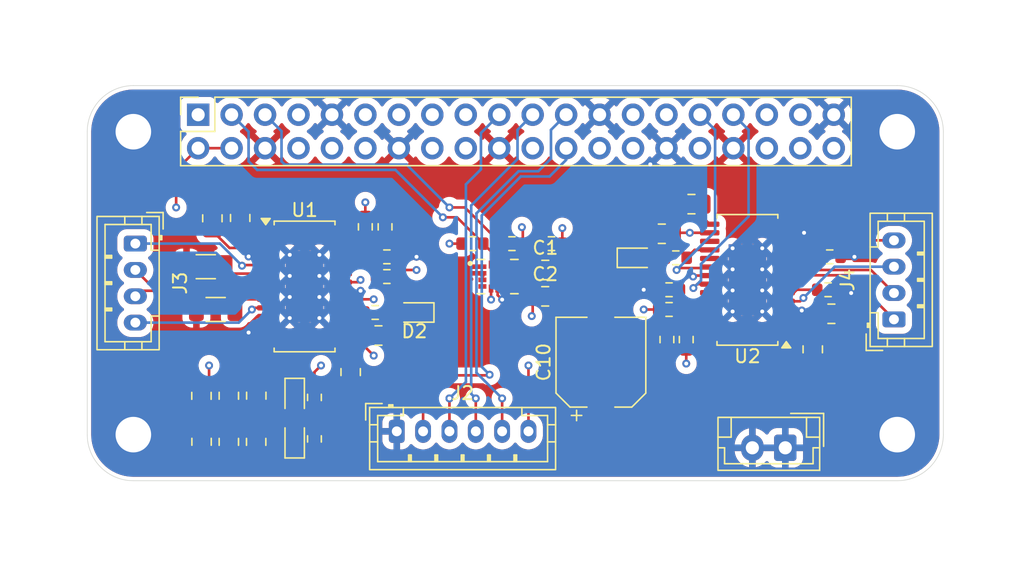
<source format=kicad_pcb>
(kicad_pcb (version 20241229) (generator "pcbnew") (generator_version "9.0")
  (layers (0 "F.Cu" signal) (4 "In1.Cu" signal) (6 "In2.Cu" signal) (2 "B.Cu" signal) (13 "F.Paste" user) (15 "B.Paste" user) (5 "F.SilkS" user "F.Silkscreen") (7 "B.SilkS" user "B.Silkscreen") (1 "F.Mask" user) (3 "B.Mask" user) (25 "Edge.Cuts" user))
  (net 0 "")
  (net 1 "GND")
  (net 2 "+3.3V")
  (net 3 "Net-(U1-5VOUT)")
  (net 4 "Net-(U2-CPO)")
  (net 5 "Net-(U2-CPI)")
  (net 6 "Net-(U2-VCP)")
  (net 7 "Net-(U2-5VOUT)")
  (net 8 "Net-(U1-VCP)")
  (net 9 "Net-(U1-CPO)")
  (net 10 "Net-(U1-CPI)")
  (net 11 "Net-(D1-A)")
  (net 12 "Net-(D2-A)")
  (net 13 "Net-(D3-A)")
  (net 14 "Net-(D4-A)")
  (net 17 "MOSI")
  (net 18 "STEP1")
  (net 23 "CS")
  (net 25 "MISO")
  (net 29 "SCLK")
  (net 30 "SDA")
  (net 32 "STEP2")
  (net 34 "DIR2")
  (net 36 "SCL")
  (net 37 "+5V")
  (net 41 "DIR1")
  (net 44 "MOT1_2_B2")
  (net 45 "MOT1_1_A1")
  (net 46 "MOT1_2_A2")
  (net 47 "MOT1_1_B1")
  (net 48 "MOT2_1_A1")
  (net 49 "MOT2_1_B1")
  (net 50 "MOT2_2_A2")
  (net 51 "MOT2_2_B2")
  (net 52 "Net-(U2-MS1)")
  (net 53 "Net-(U2-MS2)")
  (net 54 "Net-(U3-CS)")
  (net 55 "Net-(U1-MS1)")
  (net 56 "Net-(U1-MS2)")
  (net 57 "Net-(U1-BRA)")
  (net 58 "Net-(U1-BRB)")
  (net 59 "Net-(U1-DIAG)")
  (net 60 "Net-(U2-BRA)")
  (net 61 "Net-(U2-BRB)")
  (net 62 "Net-(U2-DIAG)")
  (footprint "LED_SMD:LED_0603_1608Metric" (layer "F.Cu") (at 112.25 73.2875 90)
    (property "Reference" "D3" (hide yes))
    (property "Value" "LED" (hide yes))
  )
  (footprint "Resistor_SMD:R_0603_1608Metric" (layer "F.Cu") (at 113.75 70.175 90)
    (property "Reference" "R14" (hide yes))
    (property "Value" "1k" (hide yes))
  )
  (footprint "Capacitor_SMD:C_0805_2012Metric" (layer "F.Cu") (at 109.324988 73.550012 90)
    (property "Reference" "C13" (hide yes))
    (property "Value" "100n" (hide yes))
  )
  (footprint "Capacitor_SMD:CP_Elec_6.3x5.4" (layer "F.Cu") (at 135.5 67.5 90)
    (property "Reference" "C10")
    (property "Value" "330u" (hide yes))
  )
  (footprint "Capacitor_SMD:C_0805_2012Metric" (layer "F.Cu") (at 105.170314 70.055901 90)
    (property "Reference" "C18" (hide yes))
    (property "Value" "100nF" (hide yes))
  )
  (footprint "Resistor_SMD:R_0603_1608Metric" (layer "F.Cu") (at 140.675 62 180)
    (property "Reference" "R2" (hide yes))
    (property "Value" "10k" (hide yes))
  )
  (footprint "LED_SMD:LED_0603_1608Metric" (layer "F.Cu") (at 112.25 70.2125 -90)
    (property "Reference" "D4" (hide yes))
    (property "Value" "LED" (hide yes))
  )
  (footprint "Resistor_SMD:R_0603_1608Metric" (layer "F.Cu") (at 117.6125 57.225 -90)
    (property "Reference" "R15" (hide yes))
    (property "Value" "10k" (hide yes))
  )
  (footprint "Capacitor_SMD:C_0805_2012Metric" (layer "F.Cu") (at 131.278378 60.5)
    (property "Reference" "C1")
    (property "Value" "100n" (hide yes))
  )
  (footprint "LED_SMD:LED_0603_1608Metric" (layer "F.Cu") (at 138.225 59.575)
    (property "Reference" "D1" (hide yes))
    (property "Value" "LED" (hide yes))
  )
  (footprint "Capacitor_SMD:C_0805_2012Metric" (layer "F.Cu") (at 153 63.825)
    (property "Reference" "C11" (hide yes))
    (property "Value" "100n" (hide yes))
  )
  (footprint "MountingHole:MountingHole_2.7mm_M2.5_Pad" (layer "F.Cu") (at 158 50)
    (property "Reference" "H2" (hide yes))
    (property "Value" "MountingHole_Pad" (hide yes))
  )
  (footprint "Resistor_SMD:R_0603_1608Metric" (layer "F.Cu") (at 119.25 59.5)
    (property "Reference" "R8" (hide yes))
    (property "Value" "10k" (hide yes))
  )
  (footprint "MountingHole:MountingHole_2.7mm_M2.5_Pad" (layer "F.Cu") (at 100 50)
    (property "Reference" "H1" (hide yes))
    (property "Value" "MountingHole_Pad" (hide yes))
  )
  (footprint "Resistor_SMD:R_0603_1608Metric" (layer "F.Cu") (at 131.745 58.5)
    (property "Reference" "R6" (hide yes))
    (property "Value" "10k" (hide yes))
  )
  (footprint "Resistor_SMD:R_0603_1608Metric" (layer "F.Cu") (at 119.25 61 180)
    (property "Reference" "R16" (hide yes))
    (property "Value" "10k" (hide yes))
  )
  (footprint "Resistor_SMD:R_0603_1608Metric" (layer "F.Cu") (at 128.745 58.5 180)
    (property "Reference" "R4" (hide yes))
    (property "Value" "10k" (hide yes))
  )
  (footprint "Resistor_SMD:R_0603_1608Metric" (layer "F.Cu") (at 113.75 73.325 -90)
    (property "Reference" "R13" (hide yes))
    (property "Value" "1k" (hide yes))
  )
  (footprint "Resistor_SMD:R_0603_1608Metric" (layer "F.Cu") (at 152.875 59.5 180)
    (property "Reference" "R18" (hide yes))
    (property "Value" "220m" (hide yes))
  )
  (footprint "Capacitor_SMD:C_0805_2012Metric" (layer "F.Cu") (at 109.333582 70.043742 90)
    (property "Reference" "C12" (hide yes))
    (property "Value" "100n" (hide yes))
  )
  (footprint "Resistor_SMD:R_0603_1608Metric" (layer "F.Cu") (at 119.1125 57.225 90)
    (property "Reference" "R9" (hide yes))
    (property "Value" "10k" (hide yes))
  )
  (footprint "Capacitor_SMD:C_0805_2012Metric" (layer "F.Cu") (at 116.5 68.25 -90)
    (property "Reference" "C3" (hide yes))
    (property "Value" "100n" (hide yes))
  )
  (footprint "Package_SO:HTSSOP-28-1EP_4.4x9.7mm_P0.65mm_EP2.85x5.4mm_ThermalVias" (layer "F.Cu") (at 146.625 61.25 180)
    (property "Reference" "U2")
    (property "Value" "~")
  )
  (footprint "MountingHole:MountingHole_2.7mm_M2.5_Pad" (layer "F.Cu") (at 158 73)
    (property "Reference" "H4" (hide yes))
    (property "Value" "MountingHole_Pad" (hide yes))
  )
  (footprint "Capacitor_SMD:C_0805_2012Metric" (layer "F.Cu") (at 107.25 73.55 90)
    (property "Reference" "C19" (hide yes))
    (property "Value" "100n" (hide yes))
  )
  (footprint "Capacitor_SMD:C_0805_2012Metric" (layer "F.Cu") (at 108.1125 56.55 -90)
    (property "Reference" "C23" (hide yes))
    (property "Value" "22n" (hide yes))
  )
  (footprint "Package_SO:HTSSOP-28-1EP_4.4x9.7mm_P0.65mm_EP2.85x5.4mm_ThermalVias" (layer "F.Cu") (at 113 61.75)
    (property "Reference" "U1")
    (property "Value" "~")
  )
  (footprint "Connector_PinSocket_2.54mm:PinSocket_2x20_P2.54mm_Vertical" (layer "F.Cu") (at 104.92 48.71 90)
    (property "Reference" "J1" (hide yes))
    (property "Value" "Raspberry Pi Zero 2w" (hide yes))
  )
  (footprint "Capacitor_SMD:C_0805_2012Metric" (layer "F.Cu") (at 151.585301 66.522993 90)
    (property "Reference" "C7" (hide yes))
    (property "Value" "22n" (hide yes))
  )
  (footprint "Resistor_SMD:R_0603_1608Metric" (layer "F.Cu") (at 152.75 62 180)
    (property "Reference" "R17" (hide yes))
    (property "Value" "220m" (hide yes))
  )
  (footprint "Capacitor_SMD:C_0805_2012Metric" (layer "F.Cu") (at 131.27 62.5)
    (property "Reference" "C2")
    (property "Value" "100n" (hide yes))
  )
  (footprint "Resistor_SMD:R_0603_1608Metric" (layer "F.Cu") (at 125.745 58.5 180)
    (property "Reference" "R5" (hide yes))
    (property "Value" "10k" (hide yes))
  )
  (footprint "Capacitor_SMD:C_0805_2012Metric" (layer "F.Cu") (at 142.375 55.5 180)
    (property "Reference" "C20" (hide yes))
    (property "Value" "100n" (hide yes))
  )
  (footprint "Connector_JST:JST_PH_B4B-PH-K_1x04_P2.00mm_Vertical" (layer "F.Cu") (at 100.150435 58.495718 -90)
    (property "Reference" "J3")
    (property "Value" "Screw_Terminal_01x04" (hide yes))
  )
  (footprint "LED_SMD:LED_0603_1608Metric" (layer "F.Cu") (at 121.339057 63.725778 180)
    (property "Reference" "D2")
    (property "Value" "LED" (hide yes))
  )
  (footprint "Resistor_SMD:R_0603_1608Metric" (layer "F.Cu") (at 141.1875 59.575)
    (property "Reference" "R19" (hide yes))
    (property "Value" "1k" (hide yes))
  )
  (footprint "Connector_JST:JST_PH_B4B-PH-K_1x04_P2.00mm_Vertical" (layer "F.Cu") (at 157.75 64.25 90)
    (property "Reference" "J4")
    (property "Value" "Screw_Terminal_01x04" (hide yes))
  )
  (footprint "Resistor_SMD:R_0603_1608Metric" (layer "F.Cu") (at 118.3625 63.725 180)
    (property "Reference" "R12" (hide yes))
    (property "Value" "1k" (hide yes))
  )
  (footprint "Connector_JST:JST_PH_B6B-PH-K_1x06_P2.00mm_Vertical" (layer "F.Cu") (at 120 72.75)
    (property "Reference" "J2")
    (property "Value" "Conn_01x06" (hide yes))
  )
  (footprint "Resistor_SMD:R_0603_1608Metric" (layer "F.Cu") (at 141.979664 65.782408 90)
    (property "Reference" "R3" (hide yes))
    (property "Value" "10k" (hide yes))
  )
  (footprint "LSM6DSOX:PQFN50P250X300X86-14N" (layer "F.Cu") (at 127.66 61)
    (property "Reference" "U3" (hide yes))
    (property "Value" "LSM6DSOX")
  )
  (footprint "Capacitor_SMD:C_0805_2012Metric" (layer "F.Cu") (at 140.125 57.75 180)
    (property "Reference" "C16" (hide yes))
    (property "Value" "100n" (hide yes))
  )
  (footprint "Connector_JST:JST_EH_B2B-EH-A_1x02_P2.50mm_Vertical" (layer "F.Cu") (at 149.5 74 180)
    (property "Reference" "J5" (hide yes))
    (property "Value" "Battery")
  )
  (footprint "Resistor_SMD:R_1206_3216Metric" (layer "F.Cu") (at 106.25 63.5)
    (property "Reference" "R11" (hide yes))
    (property "Value" "220m" (hide yes))
  )
  (footprint "Resistor_SMD:R_0603_1608Metric" (layer "F.Cu") (at 140.675 63.5)
    (property "Reference" "R1" (hide yes))
    (property "Value" "10k" (hide yes))
  )
  (footprint "Capacitor_SMD:C_0805_2012Metric" (layer "F.Cu") (at 105.179544 73.544392 90)
    (property "Reference" "C4" (hide yes))
    (property "Value" "100n" (hide yes))
  )
  (footprint "Capacitor_SMD:C_0805_2012Metric" (layer "F.Cu") (at 106 56.575 90)
    (property "Reference" "C22" (hide yes))
    (property "Value" "100n" (hide yes))
  )
  (footprint "MountingHole:MountingHole_2.7mm_M2.5_Pad" (layer "F.Cu") (at 100 73)
    (property "Reference" "H3" (hide yes))
    (property "Value" "MountingHole_Pad" (hide yes))
  )
  (footprint "Resistor_SMD:R_0603_1608Metric" (layer "F.Cu") (at 140.5125 65.782408 -90)
    (property "Reference" "R7" (hide yes))
    (property "Value" "10k" (hide yes))
  )
  (footprint "Capacitor_SMD:C_0805_2012Metric" (layer "F.Cu") (at 118.6125 65.475)
    (property "Reference" "C15" (hide yes))
    (property "Value" "100n" (hide yes))
  )
  (footprint "Resistor_SMD:R_1206_3216Metric" (layer "F.Cu") (at 105.5 60.25)
    (property "Reference" "R10" (hide yes))
    (property "Value" "220m" (hide yes))
  )
  (footprint "Capacitor_SMD:C_0805_2012Metric" (layer "F.Cu") (at 107.25 70.05 90)
    (property "Reference" "C17" (hide yes))
    (property "Value" "100n" (hide yes))
  )
  (gr_line (start 105.75 69) (end 105.75 67.75) (stroke (width 0.2)) (layer "F.Cu") (net 2))
  (gr_line (start 100 46.5) (end 158 46.5) (stroke (width 0.05)) (layer "Edge.Cuts"))
  (gr_arc (start 100 76.5) (mid 97.525126 75.474874) (end 96.5 73) (stroke (width 0.05)) (layer "Edge.Cuts"))
  (gr_line (start 158 76.5) (end 100 76.5) (stroke (width 0.05)) (layer "Edge.Cuts"))
  (gr_arc (start 158 46.5) (mid 160.474874 47.525126) (end 161.5 50) (stroke (width 0.05)) (layer "Edge.Cuts"))
  (gr_arc (start 161.5 73) (mid 160.474874 75.474874) (end 158 76.5) (stroke (width 0.05)) (layer "Edge.Cuts"))
  (gr_line (start 96.5 73) (end 96.5 50) (stroke (width 0.05)) (layer "Edge.Cuts"))
  (gr_line (start 161.5 50) (end 161.5 73) (stroke (width 0.05)) (layer "Edge.Cuts"))
  (gr_arc (start 96.5 50) (mid 97.525126 47.525126) (end 100 46.5) (stroke (width 0.05)) (layer "Edge.Cuts"))
  (segment (start 150.75 63.575) (end 150.75 63.55) (width 0.2) (layer "F.Cu") (net 1))
  (segment (start 128 62.75) (end 127.66 62.41) (width 0.2) (layer "F.Cu") (net 1))
  (segment (start 154.25 62) (end 154.5 62.25) (width 0.2) (layer "F.Cu") (net 1))
  (segment (start 149.4875 57.675) (end 150.925 57.675) (width 0.2) (layer "F.Cu") (net 1))
  (segment (start 110.1375 65.325) (end 108.825 65.325) (width 0.2) (layer "F.Cu") (net 1))
  (segment (start 110.1375 64.025) (end 109.400001 64.025) (width 0.2) (layer "F.Cu") (net 1))
  (segment (start 151 58.25) (end 151 57.75) (width 0.2) (layer "F.Cu") (net 1))
  (segment (start 126.5 61.25) (end 126.5 60.75) (width 0.2) (layer "F.Cu") (net 1))
  (segment (start 110.1375 59.475) (end 108.75 59.475) (width 0.2) (layer "F.Cu") (net 1))
  (segment (start 108.75 64.675001) (end 108.75 65.25) (width 0.2) (layer "F.Cu") (net 1))
  (segment (start 139.25 52.48) (end 139.25 52.5) (width 0.2) (layer "F.Cu") (net 1))
  (segment (start 142.575 60.925) (end 143.7625 60.925) (width 0.2) (layer "F.Cu") (net 1))
  (segment (start 109.333582 72.591418) (end 109.324988 72.600012) (width 0.2) (layer "F.Cu") (net 1))
  (segment (start 139.85 62) (end 138.75 62) (width 0.2) (layer "F.Cu") (net 1))
  (segment (start 127.66 62.41) (end 127.66 61.91) (width 0.2) (layer "F.Cu") (net 1))
  (segment (start 105.170314 72.585162) (end 105.179544 72.594392) (width 0.2) (layer "F.Cu") (net 1))
  (segment (start 142.5 61) (end 142.575 60.925) (width 0.2) (layer "F.Cu") (net 1))
  (segment (start 128 62.75) (end 128.16 62.59) (width 0.2) (layer "F.Cu") (net 1))
  (segment (start 128.16 62.59) (end 128.16 61.91) (width 0.2) (layer "F.Cu") (net 1))
  (segment (start 109.400001 64.025) (end 108.75 64.675001) (width 0.2) (layer "F.Cu") (net 1))
  (segment (start 150.275 58.975) (end 151 58.25) (width 0.2) (layer "F.Cu") (net 1))
  (segment (start 149.4875 58.975) (end 150.275 58.975) (width 0.2) (layer "F.Cu") (net 1))
  (segment (start 150.75 63.55) (end 150.725 63.525) (width 0.2) (layer "F.Cu") (net 1))
  (segment (start 121.5 59.5) (end 120.075 59.5) (width 0.2) (layer "F.Cu") (net 1))
  (segment (start 140.48 51.25) (end 139.25 52.48) (width 0.2) (layer "F.Cu") (net 1))
  (segment (start 115.8625 62.075) (end 117.25 62.075) (width 0.2) (layer "F.Cu") (net 1))
  (segment (start 153.7 59.5) (end 154.75 59.5) (width 0.2) (layer "F.Cu") (net 1))
  (segment (start 153.575 62) (end 154.25 62) (width 0.2) (layer "F.Cu") (net 1))
  (segment (start 108.825 65.325) (end 108.75 65.25) (width 0.2) (layer "F.Cu") (net 1))
  (segment (start 150.725 63.525) (end 149.4875 63.525) (width 0.2) (layer "F.Cu") (net 1))
  (segment (start 150.925 57.675) (end 151 57.75) (width 0.2) (layer "F.Cu") (net 1))
  (via (at 150.925 57.675) (size 0.6) (drill 0.3) (layers "F.Cu" "B.Cu") (net 1))
  (via (at 154.5 62.25) (size 0.6) (drill 0.3) (layers "F.Cu" "B.Cu") (net 1))
  (via (at 138.75 62) (size 0.6) (drill 0.3) (layers "F.Cu" "B.Cu") (net 1))
  (via (at 121.5 59.5) (size 0.6) (drill 0.3) (layers "F.Cu" "B.Cu") (net 1))
  (via (at 150.75 63.575) (size 0.6) (drill 0.3) (layers "F.Cu" "B.Cu") (net 1))
  (via (at 108.75 59.475) (size 0.6) (drill 0.3) (layers "F.Cu" "B.Cu") (net 1))
  (via (at 117.25 62.075) (size 0.6) (drill 0.3) (layers "F.Cu" "B.Cu") (net 1))
  (via (at 139.25 52.48) (size 0.6) (drill 0.3) (layers "F.Cu" "B.Cu") (net 1))
  (via (at 127.78 51.25) (size 0.6) (drill 0.3) (layers "F.Cu" "B.Cu") (net 1))
  (via (at 128 62.75) (size 0.6) (drill 0.3) (layers "F.Cu" "B.Cu") (net 1))
  (via (at 108.75 65.25) (size 0.6) (drill 0.3) (layers "F.Cu" "B.Cu") (net 1))
  (via (at 142.5 61) (size 0.6) (drill 0.3) (layers "F.Cu" "B.Cu") (net 1))
  (via (at 154.75 59.5) (size 0.6) (drill 0.3) (layers "F.Cu" "B.Cu") (net 1))
  (segment (start 130.328378 60.5) (end 130.328378 62.491622) (width 0.2) (layer "F.Cu") (net 2))
  (segment (start 120.575 60.5) (end 120.075 61) (width 0.2) (layer "F.Cu") (net 2))
  (segment (start 141.4 57.675) (end 141.325 57.75) (width 0.2) (layer "F.Cu") (net 2))
  (segment (start 127.16 62.75) (end 127.16 61.91) (width 0.2) (layer "F.Cu") (net 2))
  (segment (start 116.0125 65.475) (end 115.8625 65.325) (width 0.2) (layer "F.Cu") (net 2))
  (segment (start 117.6625 65.475) (end 117.6625 66.4125) (width 0.2) (layer "F.Cu") (net 2))
  (segment (start 129.57 58.5) (end 129.57 57.32) (width 0.2) (layer "F.Cu") (net 2))
  (segment (start 124 58.5) (end 124.92 58.5) (width 0.2) (layer "F.Cu") (net 2))
  (segment (start 128.82 61.75) (end 129.57 61.75) (width 0.2) (layer "F.Cu") (net 2))
  (segment (start 117.6125 56.4) (end 117.6125 55.3625) (width 0.2) (layer "F.Cu") (net 2))
  (segment (start 130.57 60.5) (end 132.57 58.5) (width 0.2) (layer "F.Cu") (net 2))
  (segment (start 113.75 68.25) (end 113.75 69.35) (width 0.2) (layer "F.Cu") (net 2))
  (segment (start 130.32 63.93) (end 130.25 64) (width 0.2) (layer "F.Cu") (net 2))
  (segment (start 117.6625 65.475) (end 116.0125 65.475) (width 0.2) (layer "F.Cu") (net 2))
  (segment (start 129.57 57.32) (end 129.5 57.25) (width 0.2) (layer "F.Cu") (net 2))
  (segment (start 121.5 60.5) (end 120.575 60.5) (width 0.2) (layer "F.Cu") (net 2))
  (segment (start 114.25 67.75) (end 113.75 68.25) (width 0.2) (layer "F.Cu") (net 2))
  (segment (start 132.57 58.5) (end 132.57 57.32) (width 0.2) (layer "F.Cu") (net 2))
  (segment (start 140.05 63.75) (end 140.3 63.5) (width 0.2) (layer "F.Cu") (net 2))
  (segment (start 142.25 57.675) (end 141.4 57.675) (width 0.2) (layer "F.Cu") (net 2))
  (segment (start 132.57 57.32) (end 132.5 57.25) (width 0.2) (layer "F.Cu") (net 2))
  (segment (start 130 72.75) (end 130 67.75) (width 0.2) (layer "F.Cu") (net 2))
  (segment (start 139.85 63.5) (end 138.75 63.5) (width 0.2) (layer "F.Cu") (net 2))
  (segment (start 117.6625 66.4125) (end 118.25 67) (width 0.2) (layer "F.Cu") (net 2))
  (segment (start 143.7625 57.675) (end 142.25 57.675) (width 0.2) (layer "F.Cu") (net 2))
  (segment (start 129.57 61.75) (end 130.32 62.5) (width 0.2) (layer "F.Cu") (net 2))
  (segment (start 130.328378 60.5) (end 130.57 60.5) (width 0.2) (layer "F.Cu") (net 2))
  (segment (start 130.32 62.5) (end 130.32 63.93) (width 0.2) (layer "F.Cu") (net 2))
  (segment (start 141.979664 67.604664) (end 141.979664 66.607408) (width 0.2) (layer "F.Cu") (net 2))
  (segment (start 130.328378 62.491622) (end 130.32 62.5) (width 0.2) (layer "F.Cu") (net 2))
  (via (at 114.25 67.75) (size 0.6) (drill 0.3) (layers "F.Cu" "B.Cu") (net 2))
  (via (at 121.5 60.5) (size 0.6) (drill 0.3) (layers "F.Cu" "B.Cu") (net 2))
  (via (at 142.25 57.675) (size 0.6) (drill 0.3) (layers "F.Cu" "B.Cu") (net 2))
  (via (at 141.979664 67.604664) (size 0.6) (drill 0.3) (layers "F.Cu" "B.Cu") (net 2))
  (via (at 132.57 57.32) (size 0.6) (drill 0.3) (layers "F.Cu" "B.Cu") (net 2))
  (via (at 127.16 62.75) (size 0.6) (drill 0.3) (layers "F.Cu" "B.Cu") (net 2))
  (via (at 117.6125 55.3625) (size 0.6) (drill 0.3) (layers "F.Cu" "B.Cu") (net 2))
  (via (at 124 58.5) (size 0.6) (drill 0.3) (layers "F.Cu" "B.Cu") (net 2))
  (via (at 130 67.75) (size 0.6) (drill 0.3) (layers "F.Cu" "B.Cu") (net 2))
  (via (at 129.5 57.25) (size 0.6) (drill 0.3) (layers "F.Cu" "B.Cu") (net 2))
  (via (at 118.25 67) (size 0.6) (drill 0.3) (layers "F.Cu" "B.Cu") (net 2))
  (via (at 138.75 63.5) (size 0.6) (drill 0.3) (layers "F.Cu" "B.Cu") (net 2))
  (via (at 130.25 64) (size 0.6) (drill 0.3) (layers "F.Cu" "B.Cu") (net 2))
  (via (at 105.75 67.75) (size 0.6) (drill 0.3) (layers "F.Cu" "B.Cu") (net 2))
  (segment (start 115.8625 66.6625) (end 116.5 67.3) (width 0.2) (layer "F.Cu") (net 3))
  (segment (start 115.8625 65.975) (end 115.8625 66.6625) (width 0.2) (layer "F.Cu") (net 3))
  (segment (start 151.485493 67.472993) (end 151.585301 67.472993) (width 0.2) (layer "F.Cu") (net 4))
  (segment (start 149.4875 65.475) (end 151.485493 67.472993) (width 0.2) (layer "F.Cu") (net 4))
  (segment (start 150.837308 64.825) (end 151.585301 65.572993) (width 0.2) (layer "F.Cu") (net 5))
  (segment (start 149.4875 64.825) (end 150.837308 64.825) (width 0.2) (layer "F.Cu") (net 5))
  (segment (start 149.4875 64.175) (end 151.7 64.175) (width 0.2) (layer "F.Cu") (net 6))
  (segment (start 151.7 64.175) (end 152.05 63.825) (width 0.2) (layer "F.Cu") (net 6))
  (segment (start 143.325 56.5875) (end 143.7625 57.025) (width 0.2) (layer "F.Cu") (net 7))
  (segment (start 143.1625 57.025) (end 143.7625 57.025) (width 0.2) (layer "F.Cu") (net 7))
  (segment (start 143.325 55.5) (end 143.325 56.5875) (width 0.2) (layer "F.Cu") (net 7))
  (segment (start 110.1375 58.825) (end 107.3 58.825) (width 0.2) (layer "F.Cu") (net 8))
  (segment (start 107.3 58.825) (end 106 57.525) (width 0.2) (layer "F.Cu") (net 8))
  (segment (start 110.0375 57.525) (end 110.1375 57.525) (width 0.2) (layer "F.Cu") (net 9))
  (segment (start 108.1125 55.6) (end 110.0375 57.525) (width 0.2) (layer "F.Cu") (net 9))
  (segment (start 108.7875 58.175) (end 110.1375 58.175) (width 0.2) (layer "F.Cu") (net 10))
  (segment (start 108.1125 57.5) (end 108.7875 58.175) (width 0.2) (layer "F.Cu") (net 10))
  (segment (start 139.0125 59.575) (end 140.3625 59.575) (width 0.2) (layer "F.Cu") (net 11))
  (segment (start 120.550779 63.725) (end 120.551557 63.725778) (width 0.2) (layer "F.Cu") (net 12))
  (segment (start 119.1875 63.725) (end 120.550779 63.725) (width 0.2) (layer "F.Cu") (net 12))
  (segment (start 113.75 72.5) (end 112.25 72.5) (width 0.2) (layer "F.Cu") (net 13))
  (segment (start 113.75 71) (end 112.25 71) (width 0.2) (layer "F.Cu") (net 14))
  (segment (start 124 72.75) (end 124 70.25) (width 0.2) (layer "F.Cu") (net 17))
  (via (at 124 70.25) (size 0.6) (drill 0.3) (layers "F.Cu" "B.Cu") (net 17))
  (via (at 124 70.25) (size 0.6) (drill 0.3) (layers "F.Cu" "B.Cu") (net 17))
  (segment (start 124 70.25) (end 125.25 69) (width 0.2) (layer "B.Cu") (net 17))
  (segment (start 125.25 54) (end 126.391 52.859) (width 0.2) (layer "B.Cu") (net 17))
  (segment (start 126.391 50.099) (end 127.78 48.71) (width 0.2) (layer "B.Cu") (net 17))
  (segment (start 126.391 52.859) (end 126.391 50.099) (width 0.2) (layer "B.Cu") (net 17))
  (segment (start 125.25 69) (end 125.25 54) (width 0.2) (layer "B.Cu") (net 17))
  (segment (start 117.25 61.25) (end 117.075 61.425) (width 0.2) (layer "F.Cu") (net 18))
  (segment (start 117.075 61.425) (end 115.8625 61.425) (width 0.2) (layer "F.Cu") (net 18))
  (via (at 117.25 61.25) (size 0.6) (drill 0.3) (layers "F.Cu" "B.Cu") (net 18))
  (segment (start 127.001 68.5) (end 123.75 68.5) (width 0.2) (layer "F.Cu") (net 23))
  (segment (start 122 70.25) (end 122 72.75) (width 0.2) (layer "F.Cu") (net 23))
  (segment (start 123.75 68.5) (end 122 70.25) (width 0.2) (layer "F.Cu") (net 23))
  (segment (start 127.049765 68.451235) (end 127.001 68.5) (width 0.2) (layer "F.Cu") (net 23))
  (via (at 127.049765 68.451235) (size 0.6) (drill 0.3) (layers "F.Cu" "B.Cu") (net 23))
  (segment (start 132.86 52.14) (end 132.86 51.25) (width 0.2) (layer "B.Cu") (net 23))
  (segment (start 127.049765 68.451235) (end 126.453 67.85447) (width 0.2) (layer "B.Cu") (net 23))
  (segment (start 126.453 56.3641) (end 129.4161 53.401) (width 0.2) (layer "B.Cu") (net 23))
  (segment (start 129.4161 53.401) (end 131.599 53.401) (width 0.2) (layer "B.Cu") (net 23))
  (segment (start 126.453 67.85447) (end 126.453 56.3641) (width 0.2) (layer "B.Cu") (net 23))
  (segment (start 131.599 53.401) (end 132.86 52.14) (width 0.2) (layer "B.Cu") (net 23))
  (segment (start 126 72.75) (end 126 70.25) (width 0.2) (layer "F.Cu") (net 25))
  (via (at 126 70.25) (size 0.6) (drill 0.3) (layers "F.Cu" "B.Cu") (net 25))
  (segment (start 129.169 52.081) (end 125.651 55.599) (width 0.2) (layer "B.Cu") (net 25))
  (segment (start 130.32 48.71) (end 129.169 49.861) (width 0.2) (layer "B.Cu") (net 25))
  (segment (start 129.169 49.861) (end 129.169 52.081) (width 0.2) (layer "B.Cu") (net 25))
  (segment (start 125.651 69.901) (end 126 70.25) (width 0.2) (layer "B.Cu") (net 25))
  (segment (start 125.651 55.599) (end 125.651 69.901) (width 0.2) (layer "B.Cu") (net 25))
  (segment (start 128 72.75) (end 128 70.25) (width 0.2) (layer "F.Cu") (net 29))
  (via (at 128 70.25) (size 0.6) (drill 0.3) (layers "F.Cu" "B.Cu") (net 29))
  (segment (start 129.25 53) (end 130.75 53) (width 0.2) (layer "B.Cu") (net 29))
  (segment (start 131.709 52.041) (end 131.709 49.861) (width 0.2) (layer "B.Cu") (net 29))
  (segment (start 131.709 49.861) (end 132.86 48.71) (width 0.2) (layer "B.Cu") (net 29))
  (segment (start 128 70.25) (end 126.052 68.302) (width 0.2) (layer "B.Cu") (net 29))
  (segment (start 126.052 68.302) (end 126.052 56.198) (width 0.2) (layer "B.Cu") (net 29))
  (segment (start 126.052 56.198) (end 129.25 53) (width 0.2) (layer "B.Cu") (net 29))
  (segment (start 130.75 53) (end 131.709 52.041) (width 0.2) (layer "B.Cu") (net 29))
  (segment (start 124.57 56.5) (end 123.5 56.5) (width 0.2) (layer "F.Cu") (net 30))
  (segment (start 126.57 58.5) (end 124.57 56.5) (width 0.2) (layer "F.Cu") (net 30))
  (segment (start 127.16 59.09) (end 127.16 60.09) (width 0.2) (layer "F.Cu") (net 30))
  (segment (start 126.57 58.5) (end 127.16 59.09) (width 0.2) (layer "F.Cu") (net 30))
  (via (at 123.5 56.5) (size 0.6) (drill 0.3) (layers "F.Cu" "B.Cu") (net 30))
  (segment (start 108.75 50) (end 107.46 48.71) (width 0.2) (layer "B.Cu") (net 30))
  (segment (start 109.401 52.901) (end 108.75 52.25) (width 0.2) (layer "B.Cu") (net 30))
  (segment (start 123.5 56.5) (end 119.901 52.901) (width 0.2) (layer "B.Cu") (net 30))
  (segment (start 108.75 52.25) (end 108.75 50) (width 0.2) (layer "B.Cu") (net 30))
  (segment (start 119.901 52.901) (end 109.401 52.901) (width 0.2) (layer "B.Cu") (net 30))
  (segment (start 142.52088 61.87088) (end 142.816759 61.575) (width 0.2) (layer "F.Cu") (net 32))
  (segment (start 142.816759 61.575) (end 143.7625 61.575) (width 0.2) (layer "F.Cu") (net 32))
  (via (at 142.52088 61.87088) (size 0.6) (drill 0.3) (layers "F.Cu" "B.Cu") (net 32))
  (segment (start 146.711 49.861) (end 146.711 56.437) (width 0.2) (layer "B.Cu") (net 32))
  (segment (start 146.711 56.437) (end 143.101 60.047) (width 0.2) (layer "B.Cu") (net 32))
  (segment (start 143.101 60.047) (end 143.101 61.29076) (width 0.2) (layer "B.Cu") (net 32))
  (segment (start 143.101 61.29076) (end 142.52088 61.87088) (width 0.2) (layer "B.Cu") (net 32))
  (segment (start 145.56 48.71) (end 146.711 49.861) (width 0.2) (layer "B.Cu") (net 32))
  (segment (start 143.6865 60.351) (end 143.7625 60.275) (width 0.2) (layer "F.Cu") (net 34))
  (segment (start 141.25 60.5) (end 141.357999 60.5) (width 0.2) (layer "F.Cu") (net 34))
  (segment (start 141.506999 60.351) (end 143.6865 60.351) (width 0.2) (layer "F.Cu") (net 34))
  (segment (start 141.357999 60.5) (end 141.506999 60.351) (width 0.2) (layer "F.Cu") (net 34))
  (via (at 141.25 60.5) (size 0.6) (drill 0.3) (layers "F.Cu" "B.Cu") (net 34))
  (segment (start 144.171 49.861) (end 144.171 57.579) (width 0.2) (layer "B.Cu") (net 34))
  (segment (start 143.02 48.71) (end 144.171 49.861) (width 0.2) (layer "B.Cu") (net 34))
  (segment (start 144.171 57.579) (end 141.25 60.5) (width 0.2) (layer "B.Cu") (net 34))
  (segment (start 127.92 58.5) (end 127.66 58.76) (width 0.2) (layer "F.Cu") (net 36))
  (segment (start 125.17 55.75) (end 124 55.75) (width 0.2) (layer "F.Cu") (net 36))
  (segment (start 127.66 58.76) (end 127.66 60.09) (width 0.2) (layer "F.Cu") (net 36))
  (segment (start 127.92 58.5) (end 125.17 55.75) (width 0.2) (layer "F.Cu") (net 36))
  (via (at 124 55.75) (size 0.6) (drill 0.3) (layers "F.Cu" "B.Cu") (net 36))
  (segment (start 111.25 49.96) (end 110 48.71) (width 0.2) (layer "B.Cu") (net 36))
  (segment (start 120.75 52.5) (end 111.5 52.5) (width 0.2) (layer "B.Cu") (net 36))
  (segment (start 111.25 52.25) (end 111.25 49.96) (width 0.2) (layer "B.Cu") (net 36))
  (segment (start 111.5 52.5) (end 111.25 52.25) (width 0.2) (layer "B.Cu") (net 36))
  (segment (start 124 55.75) (end 120.75 52.5) (width 0.2) (layer "B.Cu") (net 36))
  (segment (start 103.25 52.92) (end 103.25 55.75) (width 0.2) (layer "F.Cu") (net 37))
  (segment (start 104.92 51.25) (end 103.25 52.92) (width 0.2) (layer "F.Cu") (net 37))
  (segment (start 107.46 51.25) (end 104.92 51.25) (width 0.2) (layer "F.Cu") (net 37))
  (via (at 103.25 55.75) (size 0.6) (drill 0.3) (layers "F.Cu" "B.Cu") (net 37))
  (segment (start 118.25 62.725) (end 115.8625 62.725) (width 0.2) (layer "F.Cu") (net 41))
  (via (at 118.25 62.725) (size 0.6) (drill 0.3) (layers "F.Cu" "B.Cu") (net 41))
  (segment (start 109.125 63.375) (end 110.1375 63.375) (width 0.2) (layer "F.Cu") (net 44))
  (segment (start 109.48013 63.375) (end 110.1375 63.375) (width 0.2) (layer "F.Cu") (net 44))
  (segment (start 100.150435 64.495718) (end 100.330717 64.676) (width 0.2) (layer "F.Cu") (net 44))
  (segment (start 109 63.5) (end 109.125 63.375) (width 0.2) (layer "F.Cu") (net 44))
  (via (at 109 63.5) (size 0.6) (drill 0.3) (layers "F.Cu" "B.Cu") (net 44))
  (segment (start 109 63.5) (end 108.004282 64.495718) (width 0.2) (layer "B.Cu") (net 44))
  (segment (start 108.004282 64.495718) (end 100.150435 64.495718) (width 0.2) (layer "B.Cu") (net 44))
  (segment (start 100.150435 60.495718) (end 101.079717 61.425) (width 0.2) (layer "F.Cu") (net 45))
  (segment (start 109.9885 61.574) (end 110.1375 61.425) (width 0.2) (layer "F.Cu") (net 45))
  (segment (start 101.079717 61.425) (end 110.1375 61.425) (width 0.2) (layer "F.Cu") (net 45))
  (segment (start 100.150435 58.495718) (end 100.404717 58.75) (width 0.2) (layer "F.Cu") (net 46))
  (segment (start 108.3 60.125) (end 110.1375 60.125) (width 0.2) (layer "F.Cu") (net 46))
  (segment (start 108.25 60.175) (end 108.3 60.125) (width 0.2) (layer "F.Cu") (net 46))
  (via (at 108.25 60.175) (size 0.6) (drill 0.3) (layers "F.Cu" "B.Cu") (net 46))
  (segment (start 106.570718 58.495718) (end 100.150435 58.495718) (width 0.2) (layer "B.Cu") (net 46))
  (segment (start 108.25 60.175) (end 106.570718 58.495718) (width 0.2) (layer "B.Cu") (net 46))
  (segment (start 100.571153 62.075) (end 100.150435 62.495718) (width 0.2) (layer "F.Cu") (net 47))
  (segment (start 110.1375 62.075) (end 100.571153 62.075) (width 0.2) (layer "F.Cu") (net 47))
  (segment (start 150.45 60.925) (end 150.875 60.5) (width 0.2) (layer "F.Cu") (net 48))
  (segment (start 149.4875 60.925) (end 150.45 60.925) (width 0.2) (layer "F.Cu") (net 48))
  (segment (start 156 60.5) (end 157.75 62.25) (width 0.2) (layer "F.Cu") (net 48))
  (segment (start 150.875 60.5) (end 156 60.5) (width 0.2) (layer "F.Cu") (net 48))
  (segment (start 150.875 62.625) (end 151 62.5) (width 0.2) (layer "F.Cu") (net 49))
  (segment (start 149.4875 62.875) (end 150.625 62.875) (width 0.2) (layer "F.Cu") (net 49))
  (segment (start 150.625 62.875) (end 150.875 62.625) (width 0.2) (layer "F.Cu") (net 49))
  (via (at 150.875 62.625) (size 0.6) (drill 0.3) (layers "F.Cu" "B.Cu") (net 49))
  (segment (start 153.25 60.25) (end 157.75 60.25) (width 0.2) (layer "B.Cu") (net 49))
  (segment (start 150.875 62.625) (end 153.25 60.25) (width 0.2) (layer "B.Cu") (net 49))
  (segment (start 153.776 60.901) (end 154.401 60.901) (width 0.2) (layer "F.Cu") (net 50))
  (segment (start 150.451 61.575) (end 149.4875 61.575) (width 0.2) (layer "F.Cu") (net 50))
  (segment (start 151.125 60.901) (end 150.451 61.575) (width 0.2) (layer "F.Cu") (net 50))
  (segment (start 157.75 64.25) (end 154.401 60.901) (width 0.2) (layer "F.Cu") (net 50))
  (segment (start 154.401 60.901) (end 151.125 60.901) (width 0.2) (layer "F.Cu") (net 50))
  (segment (start 150.25 59.625) (end 151.625 58.25) (width 0.2) (layer "F.Cu") (net 51))
  (segment (start 151.625 58.25) (end 157.125 58.25) (width 0.2) (layer "F.Cu") (net 51))
  (segment (start 149.4875 59.625) (end 150.25 59.625) (width 0.2) (layer "F.Cu") (net 51))
  (segment (start 141.525 63.525) (end 141.5 63.5) (width 0.2) (layer "F.Cu") (net 52))
  (segment (start 143.7625 63.525) (end 141.525 63.525) (width 0.2) (layer "F.Cu") (net 52))
  (segment (start 141.5 62) (end 141.5 63.5) (width 0.2) (layer "F.Cu") (net 52))
  (segment (start 141.979664 64.957408) (end 142.762072 64.175) (width 0.2) (layer "F.Cu") (net 53))
  (segment (start 140.5125 64.957408) (end 141.979664 64.957408) (width 0.2) (layer "F.Cu") (net 53))
  (segment (start 142.762072 64.175) (end 143.7625 64.175) (width 0.2) (layer "F.Cu") (net 53))
  (segment (start 128.214 59.774) (end 128.16 59.828) (width 0.2) (layer "F.Cu") (net 54))
  (segment (start 130.92 58.5) (end 130.817218 58.5) (width 0.2) (layer "F.Cu") (net 54))
  (segment (start 129.543218 59.774) (end 128.214 59.774) (width 0.2) (layer "F.Cu") (net 54))
  (segment (start 130.817218 58.5) (end 129.543218 59.774) (width 0.2) (layer "F.Cu") (net 54))
  (segment (start 128.16 59.828) (end 128.16 60.09) (width 0.2) (layer "F.Cu") (net 54))
  (segment (start 115.8625 59.475) (end 118.4 59.475) (width 0.2) (layer "F.Cu") (net 55))
  (segment (start 118.4 59.475) (end 118.425 59.5) (width 0.2) (layer "F.Cu") (net 55))
  (segment (start 118.425 59.5) (end 118.425 61) (width 0.2) (layer "F.Cu") (net 55))
  (segment (start 117.073436 58.825) (end 117.848436 58.05) (width 0.2) (layer "F.Cu") (net 56))
  (segment (start 117.848436 58.05) (end 119.1125 58.05) (width 0.2) (layer "F.Cu") (net 56))
  (segment (start 115.8625 58.825) (end 117.073436 58.825) (width 0.2) (layer "F.Cu") (net 56))
  (segment (start 110.1375 60.775) (end 107.4875 60.775) (width 0.2) (layer "F.Cu") (net 57))
  (segment (start 107.4875 60.775) (end 106.9625 60.25) (width 0.2) (layer "F.Cu") (net 57))
  (segment (start 108.4875 62.725) (end 107.7125 63.5) (width 0.2) (layer "F.Cu") (net 58))
  (segment (start 110.1375 62.725) (end 108.4875 62.725) (width 0.2) (layer "F.Cu") (net 58))
  (segment (start 117.5375 63.725) (end 117.2375 64.025) (width 0.2) (layer "F.Cu") (net 59))
  (segment (start 117.2375 64.025) (end 115.8625 64.025) (width 0.2) (layer "F.Cu") (net 59))
  (segment (start 149.4875 62.225) (end 150.15 62.225) (width 0.2) (layer "F.Cu") (net 60))
  (segment (start 150.15 62.225) (end 150.375 62) (width 0.2) (layer "F.Cu") (net 60))
  (segment (start 150.375 62) (end 151.55 62) (width 0.2) (layer "F.Cu") (net 60))
  (segment (start 150.35 60.275) (end 149.4875 60.275) (width 0.2) (layer "F.Cu") (net 61))
  (segment (start 151.125 59.5) (end 150.35 60.275) (width 0.2) (layer "F.Cu") (net 61))
  (segment (start 152.05 59.5) (end 151.125 59.5) (width 0.2) (layer "F.Cu") (net 61))
  (segment (start 142.0125 59.575) (end 142.6125 58.975) (width 0.2) (layer "F.Cu") (net 62))
  (segment (start 142.6125 58.975) (end 143.7625 58.975) (width 0.2) (layer "F.Cu") (net 62))
  (zone (net 1) (net_name "GND") (layers "F.Cu" "B.Cu" "In1.Cu") (name "GND") (connect_pads (clearance 0.5)) (min_thickness 0.25) (fill yes (thermal_gap 0.5) (thermal_bridge_width 0.5))
    (polygon (pts (xy 165 42.5) (xy 92.5 42.5) (xy 92.5 80) (xy 165 80)))
  )
)
</source>
